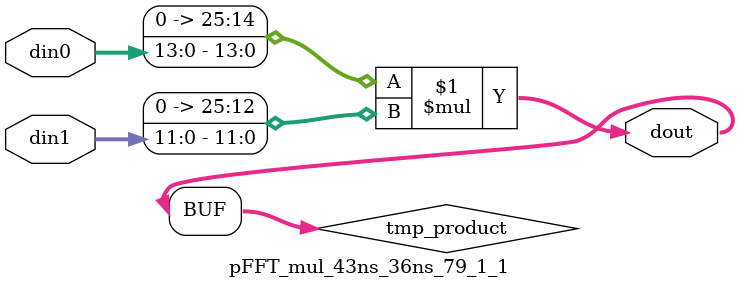
<source format=v>

`timescale 1 ns / 1 ps

 module pFFT_mul_43ns_36ns_79_1_1(din0, din1, dout);
parameter ID = 1;
parameter NUM_STAGE = 0;
parameter din0_WIDTH = 14;
parameter din1_WIDTH = 12;
parameter dout_WIDTH = 26;

input [din0_WIDTH - 1 : 0] din0; 
input [din1_WIDTH - 1 : 0] din1; 
output [dout_WIDTH - 1 : 0] dout;

wire signed [dout_WIDTH - 1 : 0] tmp_product;
























assign tmp_product = $signed({1'b0, din0}) * $signed({1'b0, din1});











assign dout = tmp_product;





















endmodule

</source>
